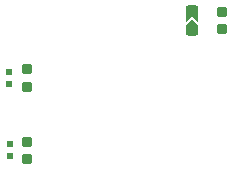
<source format=gbp>
G04*
G04 #@! TF.GenerationSoftware,Altium Limited,Altium Designer,21.1.1 (26)*
G04*
G04 Layer_Color=128*
%FSLAX24Y24*%
%MOIN*%
G70*
G04*
G04 #@! TF.SameCoordinates,F00D2E86-8B98-404A-8CF5-AA7CE4D76747*
G04*
G04*
G04 #@! TF.FilePolarity,Positive*
G04*
G01*
G75*
G04:AMPARAMS|DCode=50|XSize=31.5mil|YSize=31.5mil|CornerRadius=4.7mil|HoleSize=0mil|Usage=FLASHONLY|Rotation=270.000|XOffset=0mil|YOffset=0mil|HoleType=Round|Shape=RoundedRectangle|*
%AMROUNDEDRECTD50*
21,1,0.0315,0.0220,0,0,270.0*
21,1,0.0220,0.0315,0,0,270.0*
1,1,0.0094,-0.0110,-0.0110*
1,1,0.0094,-0.0110,0.0110*
1,1,0.0094,0.0110,0.0110*
1,1,0.0094,0.0110,-0.0110*
%
%ADD50ROUNDEDRECTD50*%
G04:AMPARAMS|DCode=51|XSize=32mil|YSize=40mil|CornerRadius=8mil|HoleSize=0mil|Usage=FLASHONLY|Rotation=90.000|XOffset=0mil|YOffset=0mil|HoleType=Round|Shape=RoundedRectangle|*
%AMROUNDEDRECTD51*
21,1,0.0320,0.0240,0,0,90.0*
21,1,0.0160,0.0400,0,0,90.0*
1,1,0.0160,0.0120,0.0080*
1,1,0.0160,0.0120,-0.0080*
1,1,0.0160,-0.0120,-0.0080*
1,1,0.0160,-0.0120,0.0080*
%
%ADD51ROUNDEDRECTD51*%
G04:AMPARAMS|DCode=52|XSize=19.7mil|YSize=19.7mil|CornerRadius=3mil|HoleSize=0mil|Usage=FLASHONLY|Rotation=270.000|XOffset=0mil|YOffset=0mil|HoleType=Round|Shape=RoundedRectangle|*
%AMROUNDEDRECTD52*
21,1,0.0197,0.0138,0,0,270.0*
21,1,0.0138,0.0197,0,0,270.0*
1,1,0.0059,-0.0069,-0.0069*
1,1,0.0059,-0.0069,0.0069*
1,1,0.0059,0.0069,0.0069*
1,1,0.0059,0.0069,-0.0069*
%
%ADD52ROUNDEDRECTD52*%
G36*
X7877Y10892D02*
Y10592D01*
X7677Y10792D01*
X7477Y10592D01*
Y10892D01*
X7677Y10892D01*
X7877Y10892D01*
D02*
G37*
G36*
Y10492D02*
X7877Y10392D01*
X7477D01*
X7477Y10492D01*
X7677Y10692D01*
X7877Y10492D01*
D02*
G37*
D50*
X8661Y10925D02*
D03*
X8661Y10335D02*
D03*
X2165Y8406D02*
D03*
X2165Y8996D02*
D03*
X2185Y6004D02*
D03*
X2185Y6594D02*
D03*
D51*
X7677Y10292D02*
D03*
Y10967D02*
D03*
D52*
X1575Y8898D02*
D03*
Y8504D02*
D03*
X1594Y6496D02*
D03*
Y6102D02*
D03*
M02*

</source>
